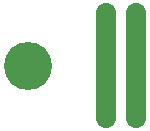
<source format=gbl>
%MOIN*%
%FSLAX25Y25*%
G04 D10 used for Character Trace; *
G04     Circle (OD=.01000) (No hole)*
G04 D11 used for Power Trace; *
G04     Circle (OD=.06700) (No hole)*
G04 D12 used for Signal Trace; *
G04     Circle (OD=.01100) (No hole)*
G04 D13 used for Via; *
G04     Circle (OD=.05800) (Round. Hole ID=.02800)*
G04 D14 used for Component hole; *
G04     Circle (OD=.06500) (Round. Hole ID=.03500)*
G04 D15 used for Component hole; *
G04     Circle (OD=.06700) (Round. Hole ID=.04300)*
G04 D16 used for Component hole; *
G04     Circle (OD=.08100) (Round. Hole ID=.05100)*
G04 D17 used for Component hole; *
G04     Circle (OD=.08900) (Round. Hole ID=.05900)*
G04 D18 used for Component hole; *
G04     Circle (OD=.11300) (Round. Hole ID=.08300)*
G04 D19 used for Component hole; *
G04     Circle (OD=.16000) (Round. Hole ID=.13000)*
G04 D20 used for Component hole; *
G04     Circle (OD=.18300) (Round. Hole ID=.15300)*
G04 D21 used for Component hole; *
G04     Circle (OD=.22291) (Round. Hole ID=.19291)*
%ADD10C,.01000*%
%ADD11C,.06700*%
%ADD12C,.01100*%
%ADD13C,.05800*%
%ADD14C,.06500*%
%ADD15C,.06700*%
%ADD16C,.08100*%
%ADD17C,.08900*%
%ADD18C,.11300*%
%ADD19C,.16000*%
%ADD20C,.18300*%
%ADD21C,.22291*%
%IPPOS*%
%LPD*%
G90*X0Y0D02*D19*X23800Y22200D03*D15*              
X50000Y5000D03*D11*Y40000D01*D15*D03*X60000D03*   
D11*Y5000D01*D15*D03*M02*                         

</source>
